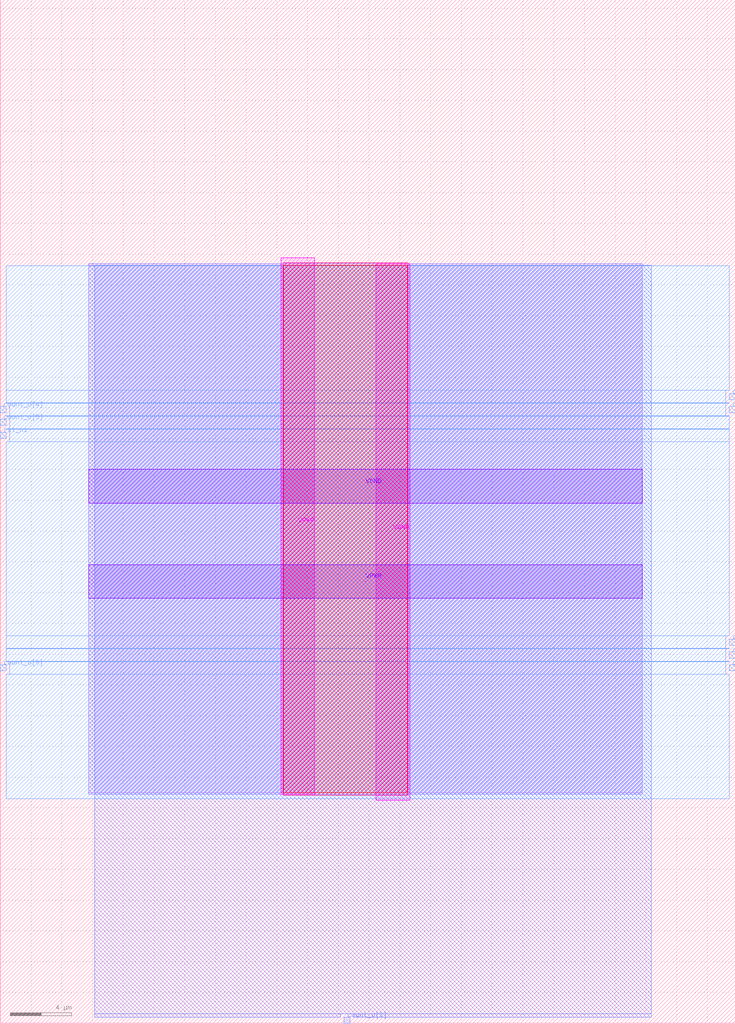
<source format=lef>
VERSION 5.7 ;
  NOWIREEXTENSIONATPIN ON ;
  DIVIDERCHAR "/" ;
  BUSBITCHARS "[]" ;
MACRO counter_8bit
  CLASS BLOCK ;
  FOREIGN counter_8bit ;
  ORIGIN 0.000 0.000 ;
  SIZE 47.815 BY 66.535 ;
  PIN VGND
    DIRECTION INOUT ;
    USE GROUND ;
    PORT
      LAYER TopMetal1 ;
        RECT 24.460 14.490 26.660 49.360 ;
    END
    PORT
      LAYER TopMetal2 ;
        RECT 5.760 33.820 41.760 36.020 ;
    END
  END VGND
  PIN VPWR
    DIRECTION INOUT ;
    USE POWER ;
    PORT
      LAYER TopMetal1 ;
        RECT 18.260 14.900 20.460 49.770 ;
    END
    PORT
      LAYER TopMetal2 ;
        RECT 5.760 27.620 41.760 29.820 ;
    END
  END VPWR
  PIN clk_i
    DIRECTION INPUT ;
    USE SIGNAL ;
    ANTENNAGATEAREA 1.450800 ;
    PORT
      LAYER Metal3 ;
        RECT 47.415 24.580 47.815 24.980 ;
    END
  END clk_i
  PIN count_o[0]
    DIRECTION OUTPUT ;
    USE SIGNAL ;
    ANTENNADIFFAREA 0.708600 ;
    PORT
      LAYER Metal3 ;
        RECT 0.000 22.900 0.400 23.300 ;
    END
  END count_o[0]
  PIN count_o[1]
    DIRECTION OUTPUT ;
    USE SIGNAL ;
    ANTENNADIFFAREA 0.708600 ;
    PORT
      LAYER Metal3 ;
        RECT 47.415 23.740 47.815 24.140 ;
    END
  END count_o[1]
  PIN count_o[2]
    DIRECTION OUTPUT ;
    USE SIGNAL ;
    ANTENNADIFFAREA 0.708600 ;
    PORT
      LAYER Metal3 ;
        RECT 47.415 22.900 47.815 23.300 ;
    END
  END count_o[2]
  PIN count_o[3]
    DIRECTION OUTPUT ;
    USE SIGNAL ;
    ANTENNADIFFAREA 0.708600 ;
    PORT
      LAYER Metal2 ;
        RECT 22.360 0.000 22.760 0.400 ;
    END
  END count_o[3]
  PIN count_o[4]
    DIRECTION OUTPUT ;
    USE SIGNAL ;
    ANTENNADIFFAREA 0.708600 ;
    PORT
      LAYER Metal3 ;
        RECT 0.000 39.700 0.400 40.100 ;
    END
  END count_o[4]
  PIN count_o[5]
    DIRECTION OUTPUT ;
    USE SIGNAL ;
    ANTENNADIFFAREA 0.708600 ;
    PORT
      LAYER Metal3 ;
        RECT 0.000 38.860 0.400 39.260 ;
    END
  END count_o[5]
  PIN count_o[6]
    DIRECTION OUTPUT ;
    USE SIGNAL ;
    ANTENNADIFFAREA 0.708600 ;
    PORT
      LAYER Metal3 ;
        RECT 47.415 39.700 47.815 40.100 ;
    END
  END count_o[6]
  PIN count_o[7]
    DIRECTION OUTPUT ;
    USE SIGNAL ;
    ANTENNADIFFAREA 0.708600 ;
    PORT
      LAYER Metal3 ;
        RECT 47.415 40.540 47.815 40.940 ;
    END
  END count_o[7]
  PIN rst_ni
    DIRECTION INPUT ;
    USE SIGNAL ;
    ANTENNAGATEAREA 0.180700 ;
    PORT
      LAYER Metal3 ;
        RECT 0.000 38.020 0.400 38.420 ;
    END
  END rst_ni
  OBS
      LAYER GatPoly ;
        RECT 5.760 14.970 41.760 49.290 ;
      LAYER Metal1 ;
        RECT 5.760 14.900 41.760 49.360 ;
      LAYER Metal2 ;
        RECT 6.135 0.610 42.345 49.285 ;
        RECT 6.135 0.400 22.150 0.610 ;
        RECT 22.970 0.400 42.345 0.610 ;
      LAYER Metal3 ;
        RECT 0.400 41.150 47.415 49.240 ;
        RECT 0.400 40.330 47.205 41.150 ;
        RECT 0.400 40.310 47.415 40.330 ;
        RECT 0.610 39.490 47.205 40.310 ;
        RECT 0.400 39.470 47.415 39.490 ;
        RECT 0.610 38.650 47.415 39.470 ;
        RECT 0.400 38.630 47.415 38.650 ;
        RECT 0.610 37.810 47.415 38.630 ;
        RECT 0.400 25.190 47.415 37.810 ;
        RECT 0.400 24.370 47.205 25.190 ;
        RECT 0.400 24.350 47.415 24.370 ;
        RECT 0.400 23.530 47.205 24.350 ;
        RECT 0.400 23.510 47.415 23.530 ;
        RECT 0.610 22.690 47.205 23.510 ;
        RECT 0.400 14.600 47.415 22.690 ;
      LAYER Metal4 ;
        RECT 18.440 14.975 26.480 49.285 ;
      LAYER Metal5 ;
        RECT 18.395 14.810 26.525 49.450 ;
  END
END counter_8bit
END LIBRARY


</source>
